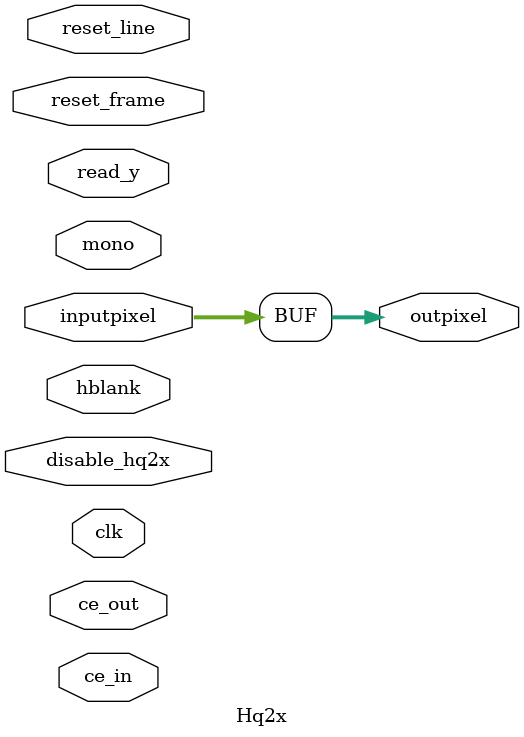
<source format=sv>
/*
  
   Multicore 2 / Multicore 2+
  
   Copyright (c) 2017-2020 - Victor Trucco

  
   All rights reserved
  
   Redistribution and use in source and synthezised forms, with or without
   modification, are permitted provided that the following conditions are met:
  
   Redistributions of source code must retain the above copyright notice,
   this list of conditions and the following disclaimer.
  
   Redistributions in synthesized form must reproduce the above copyright
   notice, this list of conditions and the following disclaimer in the
   documentation and/or other materials provided with the distribution.
  
   Neither the name of the author nor the names of other contributors may
   be used to endorse or promote products derived from this software without
   specific prior written permission.
  
   THIS CODE IS PROVIDED BY THE COPYRIGHT HOLDERS AND CONTRIBUTORS "AS IS"
   AND ANY EXPRESS OR IMPLIED WARRANTIES, INCLUDING, BUT NOT LIMITED TO,
   THE IMPLIED WARRANTIES OF MERCHANTABILITY AND FITNESS FOR A PARTICULAR
   PURPOSE ARE DISCLAIMED. IN NO EVENT SHALL THE AUTHOR OR CONTRIBUTORS BE
   LIABLE FOR ANY DIRECT, INDIRECT, INCIDENTAL, SPECIAL, EXEMPLARY, OR
   CONSEQUENTIAL DAMAGES (INCLUDING, BUT NOT LIMITED TO, PROCUREMENT OF
   SUBSTITUTE GOODS OR SERVICES; LOSS OF USE, DATA, OR PROFITS; OR BUSINESS
   INTERRUPTION) HOWEVER CAUSED AND ON ANY THEORY OF LIABILITY, WHETHER IN
   CONTRACT, STRICT LIABILITY, OR TORT (INCLUDING NEGLIGENCE OR OTHERWISE)
   ARISING IN ANY WAY OUT OF THE USE OF THIS SOFTWARE, EVEN IF ADVISED OF THE
   POSSIBILITY OF SUCH DAMAGE.
  
   You are responsible for any legal issues arising from your use of this code.
  
*///
//
// Copyright (c) 2012-2013 Ludvig Strigeus
// Copyright (c) 2017,2018 Sorgelig
//
// This program is GPL Licensed. See COPYING for the full license.
//
//
////////////////////////////////////////////////////////////////////////////////////////////////////////

// synopsys translate_off
`timescale 1 ps / 1 ps
// synopsys translate_on

module Hq2x #(parameter LENGTH=32,  HALF_DEPTH=0,  // arbitrary default values
    DWIDTH = HALF_DEPTH ? 11 : 23
)(
	input             clk,

	input             ce_in,
	input  [DWIDTH:0] inputpixel,
	input             mono,
	input             disable_hq2x,
	input             reset_frame,
	input             reset_line,

	input             ce_out,
	input       [1:0] read_y,
	input             hblank,
	output [DWIDTH:0] outpixel
);

assign outpixel = inputpixel;

endmodule

</source>
